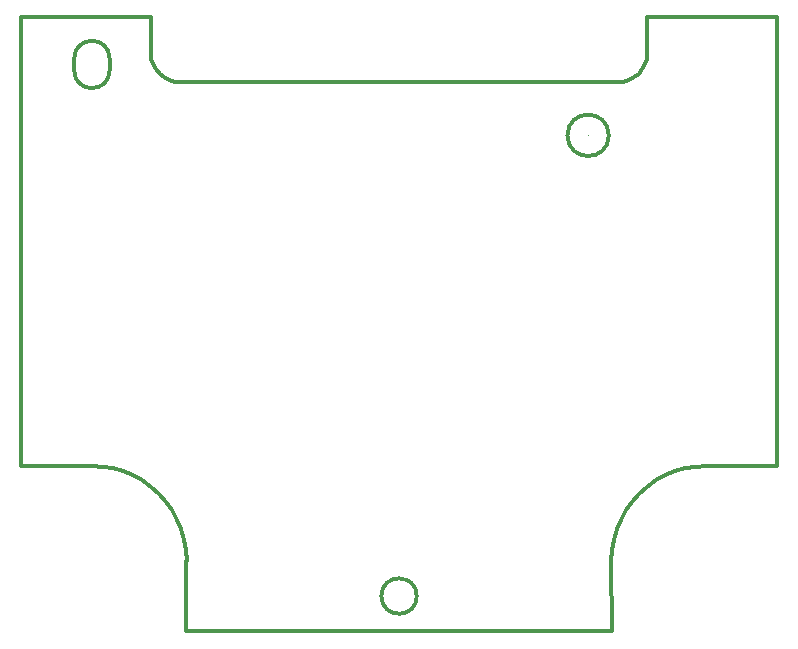
<source format=gbr>
%TF.GenerationSoftware,KiCad,Pcbnew,(6.0.5)*%
%TF.CreationDate,2022-08-22T15:38:44+08:00*%
%TF.ProjectId,SX7H02050048,53583748-3032-4303-9530-3034382e6b69,rev?*%
%TF.SameCoordinates,PX59a5380PY6d321a0*%
%TF.FileFunction,Profile,NP*%
%FSLAX46Y46*%
G04 Gerber Fmt 4.6, Leading zero omitted, Abs format (unit mm)*
G04 Created by KiCad (PCBNEW (6.0.5)) date 2022-08-22 15:38:44*
%MOMM*%
%LPD*%
G01*
G04 APERTURE LIST*
%TA.AperFunction,Profile*%
%ADD10C,0.350000*%
%TD*%
%TA.AperFunction,Profile*%
%ADD11C,0.010050*%
%TD*%
%TA.AperFunction,Profile*%
%ADD12C,0.010049*%
%TD*%
G04 APERTURE END LIST*
D10*
X107962002Y-108438008D02*
X107962002Y-114438008D01*
X104998135Y-65928059D02*
X104949917Y-65437947D01*
X106066373Y-67526692D02*
X105685696Y-67214253D01*
X99962002Y-100425374D02*
X100859097Y-100475728D01*
X103438504Y-101218892D02*
X104224942Y-101653523D01*
X151064908Y-100475728D02*
X151962002Y-100425374D01*
X145857632Y-67526692D02*
X145423367Y-67758809D01*
D11*
X99967027Y-66431966D02*
G75*
G03*
X99967027Y-66431966I-5025J0D01*
G01*
D10*
X144399075Y-105791585D02*
X144742886Y-104961446D01*
X101744961Y-100626241D02*
X102608365Y-100875020D01*
X144462002Y-67950032D02*
X144462002Y-67937947D01*
X148485501Y-101218892D02*
X149315640Y-100875020D01*
X146238309Y-67214253D02*
X145857632Y-67526692D01*
X145423367Y-67758809D02*
X144952115Y-67901814D01*
X146962002Y-62437947D02*
X146962002Y-65437947D01*
X107462002Y-67937947D02*
X107462002Y-67950032D01*
X104224942Y-101653523D02*
X104957791Y-102173482D01*
X146782864Y-66399312D02*
X146550748Y-66833577D01*
X101462002Y-65931966D02*
X101462002Y-66931966D01*
X144952115Y-67901814D02*
X144462002Y-67950032D01*
X144462002Y-67937947D02*
X107462002Y-67937947D01*
X151962002Y-100425374D02*
X151962002Y-100438008D01*
X146925870Y-65928059D02*
X146782864Y-66399312D01*
X104957791Y-102173482D02*
X105627774Y-102772237D01*
D12*
X141977463Y-72433308D02*
G75*
G03*
X141977463Y-72433308I-5024J0D01*
G01*
D10*
X93962002Y-62437947D02*
X93962002Y-100438008D01*
X105685696Y-67214253D02*
X105373257Y-66833577D01*
X144742886Y-104961446D02*
X145177518Y-104175008D01*
X146296231Y-102772237D02*
X146966214Y-102173482D01*
X146974087Y-65437947D02*
X146925870Y-65928059D01*
X93962002Y-100438008D02*
X99962002Y-100425374D01*
X105627774Y-102772237D02*
X106226529Y-103442220D01*
X151962002Y-100438008D02*
X157962002Y-100438008D01*
D12*
X125970994Y-111438008D02*
G75*
G03*
X125970994Y-111438008I-5024J0D01*
G01*
D10*
X107962002Y-114438008D02*
X143962002Y-114438008D01*
X147699063Y-101653523D02*
X148485501Y-101218892D01*
X145697476Y-103442220D02*
X146296231Y-102772237D01*
X100859097Y-100475728D02*
X101744961Y-100626241D01*
X107974576Y-108438008D02*
X107962002Y-108438008D01*
X102608365Y-100875020D02*
X103438504Y-101218892D01*
X143999783Y-107540852D02*
X144150296Y-106654988D01*
X98462002Y-66931966D02*
G75*
G03*
X101462002Y-66931966I1500000J0D01*
G01*
X101462002Y-65931966D02*
G75*
G03*
X98462002Y-65931966I-1500000J0D01*
G01*
X143722438Y-72433308D02*
G75*
G03*
X143722438Y-72433308I-1749999J0D01*
G01*
X150179043Y-100626241D02*
X151064908Y-100475728D01*
X104949917Y-65437947D02*
X104962002Y-65437947D01*
X107924222Y-107540852D02*
X107974576Y-108438008D01*
X105373257Y-66833577D02*
X105141141Y-66399312D01*
X157962002Y-62437947D02*
X146962002Y-62437947D01*
X107181119Y-104961446D02*
X107524930Y-105791585D01*
X146962002Y-65437947D02*
X146974087Y-65437947D01*
X127465969Y-111438008D02*
G75*
G03*
X127465969Y-111438008I-1499999J0D01*
G01*
X104962002Y-62437947D02*
X93962002Y-62437947D01*
X107524930Y-105791585D02*
X107773709Y-106654988D01*
X98462002Y-66931966D02*
X98462002Y-65931966D01*
X149315640Y-100875020D02*
X150179043Y-100626241D01*
X146550748Y-66833577D02*
X146238309Y-67214253D01*
X157962002Y-100438008D02*
X157962002Y-62437947D01*
X105141141Y-66399312D02*
X104998135Y-65928059D01*
X145177518Y-104175008D02*
X145697476Y-103442220D01*
X106226529Y-103442220D02*
X106746487Y-104175008D01*
X143949429Y-108438008D02*
X143999783Y-107540852D01*
X144150296Y-106654988D02*
X144399075Y-105791585D01*
X106971890Y-67901814D02*
X106500638Y-67758809D01*
X143962002Y-114438008D02*
X143949429Y-108438008D01*
X107462002Y-67950032D02*
X106971890Y-67901814D01*
X104962002Y-65437947D02*
X104962002Y-62437947D01*
X106746487Y-104175008D02*
X107181119Y-104961446D01*
X146966214Y-102173482D02*
X147699063Y-101653523D01*
X107773709Y-106654988D02*
X107924222Y-107540852D01*
X106500638Y-67758809D02*
X106066373Y-67526692D01*
M02*

</source>
